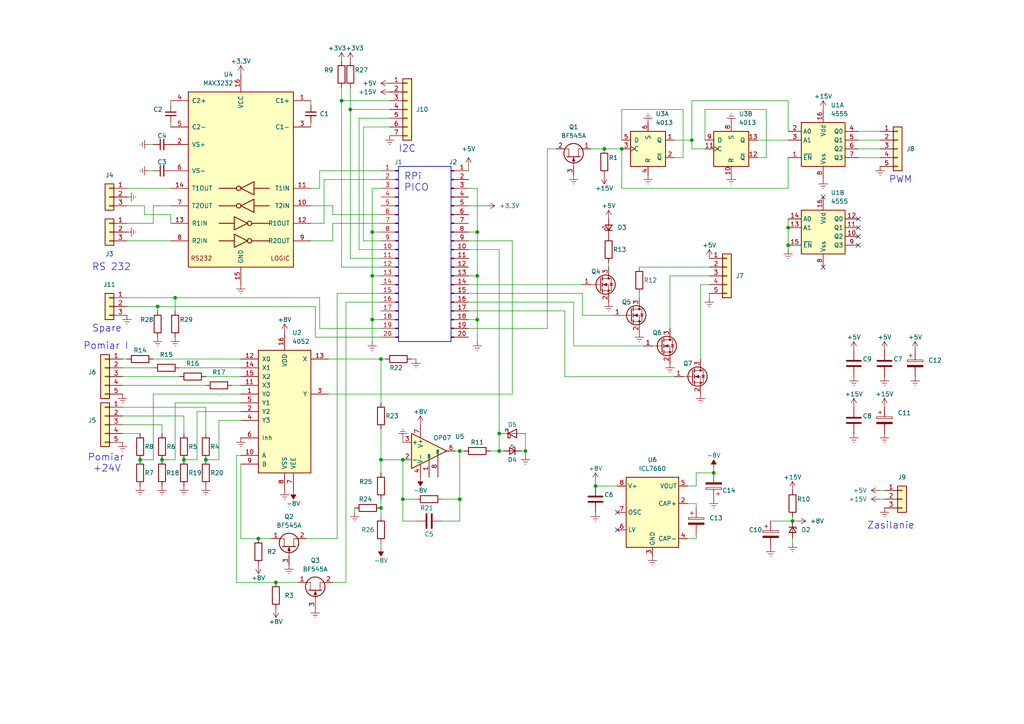
<source format=kicad_sch>
(kicad_sch (version 20230121) (generator eeschema)
  (paper "A4")
  (title_block (title "Sterownik zasilacza +/-10A") (rev "A") (company "SLCJ UW"))
  (junction (at 107.95 67.31))
  (junction (at 138.43 92.71))
  (junction (at 59.69 133.35))
  (junction (at 144.78 130.81))
  (junction (at 133.35 144.78))
  (junction (at 180.34 43.18))
  (junction (at 144.78 125.73))
  (junction (at 116.84 144.78))
  (junction (at 133.35 130.81))
  (junction (at 172.72 140.97))
  (junction (at 40.64 133.35))
  (junction (at 152.4 130.81))
  (junction (at 53.34 133.35))
  (junction (at 99.06 29.21))
  (junction (at 50.8 86.36))
  (junction (at 229.87 151.13))
  (junction (at 138.43 80.01))
  (junction (at 46.99 133.35))
  (junction (at 74.93 156.21))
  (junction (at 80.01 168.91))
  (junction (at 228.6 71.12))
  (junction (at 110.49 133.35))
  (junction (at 45.72 88.9))
  (junction (at 110.49 147.32))
  (junction (at 116.84 133.35))
  (junction (at 228.6 66.04))
  (junction (at 107.95 92.71))
  (junction (at 107.95 80.01))
  (junction (at 207.01 137.16))
  (junction (at 200.66 40.64))
  (junction (at 175.26 43.18))
  (junction (at 101.6 31.75))
  (junction (at 110.49 104.14))
  (junction (at 138.43 67.31))
  (no_connect (at 238.76 57.15))
  (no_connect (at 248.92 71.12))
  (no_connect (at 238.76 77.47))
  (no_connect (at 248.92 68.58))
  (no_connect (at 179.07 153.67))
  (no_connect (at 179.07 148.59))
  (no_connect (at 248.92 66.04))
  (no_connect (at 248.92 63.5))
  (wire (pts (xy 101.6 31.75) (xy 113.03 31.75)))
  (wire (pts (xy 99.06 25.4) (xy 99.06 29.21)))
  (wire (pts (xy 59.69 118.11) (xy 59.69 125.73)))
  (wire (pts (xy 53.34 133.35) (xy 57.15 133.35)))
  (wire (pts (xy 44.45 104.14) (xy 69.85 104.14)))
  (wire (pts (xy 100.33 87.63) (xy 110.49 87.63)))
  (wire (pts (xy 222.25 45.72) (xy 222.25 31.75)))
  (wire (pts (xy 50.8 86.36) (xy 50.8 90.17)))
  (wire (pts (xy 116.84 133.35) (xy 116.84 144.78)))
  (wire (pts (xy 59.69 109.22) (xy 69.85 109.22)))
  (wire (pts (xy 144.78 72.39) (xy 135.89 72.39)))
  (wire (pts (xy 104.14 34.29) (xy 113.03 34.29)))
  (wire (pts (xy 158.75 43.18) (xy 158.75 95.25)))
  (wire (pts (xy 107.95 92.71) (xy 107.95 99.06)))
  (wire (pts (xy 175.26 43.18) (xy 180.34 43.18)))
  (wire (pts (xy 110.49 95.25) (xy 92.71 95.25)))
  (wire (pts (xy 50.8 133.35) (xy 50.8 116.84)))
  (wire (pts (xy 222.25 31.75) (xy 204.47 31.75)))
  (wire (pts (xy 166.37 87.63) (xy 166.37 100.33)))
  (wire (pts (xy 35.56 106.68) (xy 44.45 106.68)))
  (wire (pts (xy 49.53 62.23) (xy 49.53 64.77)))
  (wire (pts (xy 110.49 133.35) (xy 116.84 133.35)))
  (wire (pts (xy 200.66 40.64) (xy 195.58 40.64)))
  (wire (pts (xy 198.12 45.72) (xy 198.12 31.75)))
  (wire (pts (xy 138.43 92.71) (xy 138.43 99.06)))
  (wire (pts (xy 97.79 85.09) (xy 110.49 85.09)))
  (wire (pts (xy 41.91 62.23) (xy 49.53 62.23)))
  (wire (pts (xy 69.85 114.3) (xy 44.45 114.3)))
  (wire (pts (xy 135.89 85.09) (xy 168.91 85.09)))
  (wire (pts (xy 45.72 88.9) (xy 45.72 90.17)))
  (wire (pts (xy 228.6 63.5) (xy 228.6 66.04)))
  (wire (pts (xy 74.93 156.21) (xy 69.85 156.21)))
  (wire (pts (xy 110.49 147.32) (xy 110.49 149.86)))
  (wire (pts (xy 107.95 54.61) (xy 107.95 67.31)))
  (wire (pts (xy 102.87 147.32) (xy 102.87 148.59)))
  (wire (pts (xy 63.5 121.92) (xy 63.5 133.35)))
  (wire (pts (xy 110.49 157.48) (xy 110.49 158.75)))
  (wire (pts (xy 110.49 69.85) (xy 105.41 69.85)))
  (wire (pts (xy 255.27 142.24) (xy 256.54 142.24)))
  (wire (pts (xy 110.49 147.32) (xy 110.49 144.78)))
  (wire (pts (xy 110.49 97.79) (xy 91.44 97.79)))
  (wire (pts (xy 228.6 71.12) (xy 228.6 72.39)))
  (wire (pts (xy 204.47 31.75) (xy 204.47 40.64)))
  (wire (pts (xy 223.52 151.13) (xy 229.87 151.13)))
  (wire (pts (xy 135.89 59.69) (xy 140.97 59.69)))
  (wire (pts (xy 74.93 156.21) (xy 78.74 156.21)))
  (wire (pts (xy 248.92 43.18) (xy 255.27 43.18)))
  (wire (pts (xy 101.6 74.93) (xy 101.6 31.75)))
  (wire (pts (xy 172.72 139.7) (xy 172.72 140.97)))
  (wire (pts (xy 110.49 124.46) (xy 110.49 133.35)))
  (wire (pts (xy 91.44 97.79) (xy 91.44 88.9)))
  (wire (pts (xy 180.34 31.75) (xy 180.34 40.64)))
  (wire (pts (xy 96.52 64.77) (xy 110.49 64.77)))
  (wire (pts (xy 92.71 54.61) (xy 92.71 49.53)))
  (wire (pts (xy 107.95 67.31) (xy 110.49 67.31)))
  (wire (pts (xy 176.53 76.2) (xy 176.53 77.47)))
  (wire (pts (xy 107.95 80.01) (xy 107.95 92.71)))
  (wire (pts (xy 49.53 35.56) (xy 49.53 36.83)))
  (wire (pts (xy 110.49 104.14) (xy 110.49 116.84)))
  (wire (pts (xy 219.71 45.72) (xy 222.25 45.72)))
  (wire (pts (xy 36.83 54.61) (xy 49.53 54.61)))
  (wire (pts (xy 228.6 29.21) (xy 200.66 29.21)))
  (wire (pts (xy 50.8 116.84) (xy 69.85 116.84)))
  (wire (pts (xy 96.52 69.85) (xy 96.52 64.77)))
  (wire (pts (xy 110.49 77.47) (xy 99.06 77.47)))
  (wire (pts (xy 92.71 49.53) (xy 110.49 49.53)))
  (wire (pts (xy 229.87 157.48) (xy 229.87 156.21)))
  (wire (pts (xy 152.4 125.73) (xy 152.4 130.81)))
  (wire (pts (xy 107.95 67.31) (xy 107.95 80.01)))
  (wire (pts (xy 67.31 111.76) (xy 69.85 111.76)))
  (wire (pts (xy 168.91 91.44) (xy 177.8 91.44)))
  (wire (pts (xy 68.58 168.91) (xy 80.01 168.91)))
  (wire (pts (xy 44.45 59.69) (xy 49.53 59.69)))
  (wire (pts (xy 203.2 104.14) (xy 203.2 82.55)))
  (wire (pts (xy 135.89 80.01) (xy 138.43 80.01)))
  (wire (pts (xy 180.34 54.61) (xy 228.6 54.61)))
  (wire (pts (xy 138.43 67.31) (xy 138.43 80.01)))
  (wire (pts (xy 110.49 72.39) (xy 104.14 72.39)))
  (wire (pts (xy 49.53 30.48) (xy 49.53 29.21)))
  (wire (pts (xy 35.56 125.73) (xy 40.64 125.73)))
  (wire (pts (xy 96.52 168.91) (xy 100.33 168.91)))
  (wire (pts (xy 138.43 80.01) (xy 138.43 92.71)))
  (wire (pts (xy 90.17 59.69) (xy 96.52 59.69)))
  (wire (pts (xy 163.83 90.17) (xy 163.83 109.22)))
  (wire (pts (xy 100.33 168.91) (xy 100.33 87.63)))
  (wire (pts (xy 44.45 114.3) (xy 44.45 133.35)))
  (wire (pts (xy 205.74 80.01) (xy 194.31 80.01)))
  (wire (pts (xy 120.65 151.13) (xy 116.84 151.13)))
  (wire (pts (xy 119.38 104.14) (xy 120.65 104.14)))
  (wire (pts (xy 35.56 104.14) (xy 36.83 104.14)))
  (wire (pts (xy 204.47 43.18) (xy 200.66 43.18)))
  (wire (pts (xy 43.18 41.91) (xy 44.45 41.91)))
  (wire (pts (xy 46.99 133.35) (xy 50.8 133.35)))
  (wire (pts (xy 200.66 29.21) (xy 200.66 40.64)))
  (wire (pts (xy 41.91 59.69) (xy 41.91 62.23)))
  (wire (pts (xy 63.5 121.92) (xy 69.85 121.92)))
  (wire (pts (xy 53.34 120.65) (xy 53.34 125.73)))
  (wire (pts (xy 200.66 43.18) (xy 200.66 40.64)))
  (wire (pts (xy 93.98 52.07) (xy 110.49 52.07)))
  (wire (pts (xy 228.6 54.61) (xy 228.6 45.72)))
  (wire (pts (xy 133.35 144.78) (xy 133.35 130.81)))
  (wire (pts (xy 59.69 133.35) (xy 63.5 133.35)))
  (wire (pts (xy 107.95 92.71) (xy 110.49 92.71)))
  (wire (pts (xy 198.12 31.75) (xy 180.34 31.75)))
  (wire (pts (xy 35.56 109.22) (xy 52.07 109.22)))
  (wire (pts (xy 152.4 130.81) (xy 152.4 132.08)))
  (wire (pts (xy 90.17 69.85) (xy 96.52 69.85)))
  (wire (pts (xy 180.34 43.18) (xy 180.34 54.61)))
  (wire (pts (xy 110.49 104.14) (xy 111.76 104.14)))
  (wire (pts (xy 36.83 64.77) (xy 44.45 64.77)))
  (wire (pts (xy 46.99 123.19) (xy 46.99 125.73)))
  (wire (pts (xy 120.65 144.78) (xy 116.84 144.78)))
  (wire (pts (xy 36.83 59.69) (xy 41.91 59.69)))
  (wire (pts (xy 205.74 85.09) (xy 205.74 86.36)))
  (wire (pts (xy 148.59 114.3) (xy 148.59 69.85)))
  (wire (pts (xy 172.72 140.97) (xy 179.07 140.97)))
  (wire (pts (xy 138.43 92.71) (xy 135.89 92.71)))
  (wire (pts (xy 135.89 87.63) (xy 166.37 87.63)))
  (wire (pts (xy 99.06 29.21) (xy 113.03 29.21)))
  (wire (pts (xy 128.27 144.78) (xy 133.35 144.78)))
  (wire (pts (xy 201.93 140.97) (xy 201.93 137.16)))
  (wire (pts (xy 132.08 130.81) (xy 133.35 130.81)))
  (wire (pts (xy 96.52 62.23) (xy 96.52 59.69)))
  (wire (pts (xy 90.17 29.21) (xy 90.17 30.48)))
  (wire (pts (xy 166.37 100.33) (xy 186.69 100.33)))
  (wire (pts (xy 228.6 38.1) (xy 228.6 29.21)))
  (wire (pts (xy 110.49 54.61) (xy 107.95 54.61)))
  (wire (pts (xy 35.56 111.76) (xy 59.69 111.76)))
  (wire (pts (xy 92.71 95.25) (xy 92.71 86.36)))
  (wire (pts (xy 199.39 140.97) (xy 201.93 140.97)))
  (wire (pts (xy 90.17 54.61) (xy 92.71 54.61)))
  (wire (pts (xy 133.35 151.13) (xy 133.35 144.78)))
  (wire (pts (xy 128.27 151.13) (xy 133.35 151.13)))
  (wire (pts (xy 229.87 149.86) (xy 229.87 151.13)))
  (wire (pts (xy 203.2 82.55) (xy 205.74 82.55)))
  (wire (pts (xy 35.56 120.65) (xy 53.34 120.65)))
  (wire (pts (xy 45.72 88.9) (xy 36.83 88.9)))
  (wire (pts (xy 95.25 114.3) (xy 148.59 114.3)))
  (wire (pts (xy 43.18 49.53) (xy 44.45 49.53)))
  (wire (pts (xy 144.78 72.39) (xy 144.78 125.73)))
  (wire (pts (xy 248.92 45.72) (xy 255.27 45.72)))
  (wire (pts (xy 168.91 85.09) (xy 168.91 91.44)))
  (wire (pts (xy 99.06 77.47) (xy 99.06 29.21)))
  (wire (pts (xy 248.92 40.64) (xy 255.27 40.64)))
  (wire (pts (xy 248.92 38.1) (xy 255.27 38.1)))
  (wire (pts (xy 107.95 80.01) (xy 110.49 80.01)))
  (wire (pts (xy 68.58 132.08) (xy 69.85 132.08)))
  (wire (pts (xy 135.89 48.26) (xy 135.89 49.53)))
  (wire (pts (xy 135.89 90.17) (xy 163.83 90.17)))
  (wire (pts (xy 171.45 43.18) (xy 175.26 43.18)))
  (wire (pts (xy 105.41 69.85) (xy 105.41 36.83)))
  (wire (pts (xy 148.59 69.85) (xy 135.89 69.85)))
  (wire (pts (xy 95.25 104.14) (xy 110.49 104.14)))
  (wire (pts (xy 90.17 36.83) (xy 90.17 35.56)))
  (wire (pts (xy 104.14 72.39) (xy 104.14 34.29)))
  (wire (pts (xy 116.84 144.78) (xy 116.84 151.13)))
  (wire (pts (xy 80.01 168.91) (xy 86.36 168.91)))
  (wire (pts (xy 199.39 156.21) (xy 201.93 156.21)))
  (wire (pts (xy 35.56 123.19) (xy 46.99 123.19)))
  (wire (pts (xy 135.89 54.61) (xy 138.43 54.61)))
  (wire (pts (xy 110.49 137.16) (xy 110.49 133.35)))
  (wire (pts (xy 152.4 130.81) (xy 151.13 130.81)))
  (wire (pts (xy 144.78 125.73) (xy 144.78 130.81)))
  (wire (pts (xy 88.9 156.21) (xy 97.79 156.21)))
  (wire (pts (xy 133.35 130.81) (xy 134.62 130.81)))
  (wire (pts (xy 185.42 77.47) (xy 205.74 77.47)))
  (wire (pts (xy 201.93 154.94) (xy 201.93 156.21)))
  (wire (pts (xy 50.8 86.36) (xy 36.83 86.36)))
  (wire (pts (xy 57.15 133.35) (xy 57.15 119.38)))
  (wire (pts (xy 135.89 95.25) (xy 158.75 95.25)))
  (wire (pts (xy 44.45 133.35) (xy 40.64 133.35)))
  (wire (pts (xy 255.27 144.78) (xy 256.54 144.78)))
  (wire (pts (xy 146.05 130.81) (xy 144.78 130.81)))
  (wire (pts (xy 92.71 86.36) (xy 50.8 86.36)))
  (wire (pts (xy 93.98 64.77) (xy 93.98 52.07)))
  (wire (pts (xy 52.07 106.68) (xy 69.85 106.68)))
  (wire (pts (xy 228.6 66.04) (xy 228.6 71.12)))
  (wire (pts (xy 194.31 80.01) (xy 194.31 95.25)))
  (wire (pts (xy 163.83 109.22) (xy 195.58 109.22)))
  (wire (pts (xy 158.75 43.18) (xy 161.29 43.18)))
  (wire (pts (xy 90.17 64.77) (xy 93.98 64.77)))
  (wire (pts (xy 207.01 135.89) (xy 207.01 137.16)))
  (wire (pts (xy 35.56 118.11) (xy 59.69 118.11)))
  (wire (pts (xy 91.44 88.9) (xy 45.72 88.9)))
  (wire (pts (xy 138.43 54.61) (xy 138.43 67.31)))
  (wire (pts (xy 69.85 134.62) (xy 69.85 156.21)))
  (wire (pts (xy 36.83 69.85) (xy 49.53 69.85)))
  (wire (pts (xy 135.89 82.55) (xy 168.91 82.55)))
  (wire (pts (xy 135.89 67.31) (xy 138.43 67.31)))
  (wire (pts (xy 105.41 36.83) (xy 113.03 36.83)))
  (wire (pts (xy 142.24 130.81) (xy 144.78 130.81)))
  (wire (pts (xy 97.79 156.21) (xy 97.79 85.09)))
  (wire (pts (xy 195.58 45.72) (xy 198.12 45.72)))
  (wire (pts (xy 68.58 132.08) (xy 68.58 168.91)))
  (wire (pts (xy 201.93 147.32) (xy 201.93 146.05)))
  (wire (pts (xy 110.49 74.93) (xy 101.6 74.93)))
  (wire (pts (xy 219.71 40.64) (xy 228.6 40.64)))
  (wire (pts (xy 96.52 62.23) (xy 110.49 62.23)))
  (wire (pts (xy 185.42 85.09) (xy 185.42 86.36)))
  (wire (pts (xy 229.87 151.13) (xy 231.14 151.13)))
  (wire (pts (xy 44.45 64.77) (xy 44.45 59.69)))
  (wire (pts (xy 101.6 25.4) (xy 101.6 31.75)))
  (wire (pts (xy 116.84 127) (xy 116.84 128.27)))
  (wire (pts (xy 57.15 119.38) (xy 69.85 119.38)))
  (wire (pts (xy 201.93 137.16) (xy 207.01 137.16)))
  (wire (pts (xy 199.39 146.05) (xy 201.93 146.05)))
  (text_box "RPi PICO" (at 115.57 48.26 0) (size 15.24 50.8) (stroke (width 0.2)) (effects (font (size 2 2)) (justify left top)))
  (text "Pomiar\n +24V" (at 25.4 137.16 0) (effects (font (size 2 2)) (justify left bottom)))
  (text "Zasilanie" (at 251.46 153.67 0) (effects (font (size 2 2)) (justify left bottom)))
  (text "I2C" (at 115.57 44.45 0) (effects (font (size 2 2)) (justify left bottom)))
  (text "Spare" (at 26.67 96.52 0) (effects (font (size 2 2)) (justify left bottom)))
  (text "RS 232" (at 26.67 78.74 0) (effects (font (size 2 2)) (justify left bottom)))
  (text "Pomiar I" (at 24.13 101.6 0) (effects (font (size 2 2)) (justify left bottom)))
  (text "PWM" (at 257.81 53.34 0) (effects (font (size 2 2)) (justify left bottom)))
  (symbol (lib_id "Device:R") (at 99.06 21.59 0) (unit 1)
    (property "Reference" "R9" (at 93.98 20.32 0) (effects (justify left)))
    (property "Value" "R" (effects hide))
    (property "Footprint" "Resistor_SMD:R_0805_2012Metric_Pad1.20x1.40mm_HandSolder" (effects hide))
  )
  (symbol (lib_id "Amplifier_Operational:OP07") (at 124.46 130.81 0) (unit 1)
    (property "Reference" "U5" (at 133.35 126.6191 0))
    (property "Value" "OP07" (at 128.27 127 0))
    (property "Footprint" "Package_DIP:DIP-8_W7.62mm" (effects hide))
    (property "Datasheet" "https://www.analog.com/media/en/technical-documentation/data-sheets/OP07.pdf" (effects hide))
  )
  (symbol (lib_id "power:GNDREF") (at 212.09 35.56 180) (unit 1)
    (property "Reference" "#PWR07" (effects hide))
    (property "Value" "GNDREF" (effects hide))
  )
  (symbol (lib_id "Diode:BAT41") (at 148.59 125.73 0) (unit 1)
    (property "Reference" "D5" (at 148.59 123.19 0))
    (property "Value" "BAT41" (effects hide))
    (property "Footprint" "Diode_THT:D_DO-35_SOD27_P7.62mm_Horizontal" (effects hide))
    (property "Datasheet" "http://www.vishay.com/docs/85659/bat41.pdf" (effects hide))
  )
  (symbol (lib_id "Interface_UART:MAX3232") (at 69.85 52.07 0) (mirror y) (unit 1)
    (property "Reference" "U4" (at 67.6559 21.59 0) (effects (justify left)))
    (property "Value" "MAX3232" (at 67.6559 24.13 0) (effects (justify left)))
    (property "Footprint" "Package_SO:SOIC-16_3.9x9.9mm_P1.27mm" (effects hide))
    (property "Datasheet" "https://datasheets.maximintegrated.com/en/ds/MAX3222-MAX3241.pdf" (effects hide))
  )
  (symbol (lib_id "Regulator_SwitchedCapacitor:ICL7660") (at 189.23 148.59 0) (unit 1)
    (property "Reference" "U6" (at 189.23 133.35 0))
    (property "Value" "ICL7660" (at 189.23 135.89 0))
    (property "Footprint" "Package_DIP:DIP-8_W7.62mm" (effects hide))
    (property "Datasheet" "http://datasheets.maximintegrated.com/en/ds/ICL7660-MAX1044.pdf" (effects hide))
  )
  (symbol (lib_id "power:+15V") (at 247.65 118.11 0) (unit 1)
    (property "Reference" "#PWR067" (effects hide))
    (property "Value" "+15V" (at 247.65 114.3 0))
  )
  (symbol (lib_id "power:+15V") (at 175.26 50.8 180) (unit 1)
    (property "Reference" "#PWR044" (effects hide))
    (property "Value" "+15V" (at 175.26 54.61 0))
  )
  (symbol (lib_id "Connector_Generic:Conn_01x07") (at 118.11 31.75 0) (unit 1)
    (property "Reference" "J10" (at 120.65 31.75 0) (effects (justify left)))
    (property "Value" "Conn_01x07" (effects hide))
    (property "Footprint" "Connector_PinHeader_2.54mm:PinHeader_1x07_P2.54mm_Vertical" (effects hide))
  )
  (symbol (lib_id "power:+5V") (at 247.65 101.6 0) (unit 1)
    (property "Reference" "#PWR063" (effects hide))
    (property "Value" "+5V" (at 247.65 97.79 0))
  )
  (symbol (lib_id "Connector:Conn_01x20_Pin") (at 130.81 72.39 0) (unit 1)
    (property "Reference" "J2" (at 131.445 46.99 0))
    (property "Value" "Conn_01x20_Pin" (effects hide))
    (property "Footprint" "Connector_PinHeader_2.54mm:PinHeader_1x20_P2.54mm_Vertical" (effects hide))
  )
  (symbol (lib_id "Device:C") (at 247.65 121.92 0) (unit 1)
    (property "Reference" "C8" (at 250.19 120.65 0) (effects (justify left)))
    (property "Value" "C" (effects hide))
    (property "Footprint" "Capacitor_SMD:C_0805_2012Metric_Pad1.18x1.45mm_HandSolder" (effects hide))
  )
  (symbol (lib_id "Transistor_FET:BF545A") (at 166.37 45.72 90) (unit 1)
    (property "Reference" "Q1" (at 166.37 36.83 90))
    (property "Value" "BF545A" (at 166.37 39.37 90))
    (property "Footprint" "Package_TO_SOT_SMD:SOT-23" (effects hide))
    (property "Datasheet" "https://www.nxp.com/docs/en/data-sheet/BF545A_BF545B_BF545C.pdf" (effects hide))
  )
  (symbol (lib_id "power:GNDREF") (at 91.44 176.53 0) (unit 1)
    (property "Reference" "#PWR03" (effects hide))
    (property "Value" "GNDREF" (effects hide))
  )
  (symbol (lib_id "power:+15V") (at 238.76 31.75 0) (unit 1)
    (property "Reference" "#PWR071" (effects hide))
    (property "Value" "+15V" (at 238.76 27.94 0))
  )
  (symbol (lib_id "Connector_Generic:Conn_01x05") (at 30.48 109.22 0) (mirror y) (unit 1)
    (property "Reference" "J6" (at 27.94 107.95 0) (effects (justify left)))
    (property "Value" "Conn_01x05" (effects hide))
    (property "Footprint" "Connector_PinHeader_2.54mm:PinHeader_1x05_P2.54mm_Vertical" (effects hide))
  )
  (symbol (lib_id "power:GNDREF") (at 45.72 97.79 0) (unit 1)
    (property "Reference" "#PWR077" (effects hide))
    (property "Value" "GNDREF" (effects hide))
  )
  (symbol (lib_id "power:+8V") (at 172.72 139.7 0) (unit 1)
    (property "Reference" "#PWR049" (effects hide))
    (property "Value" "+8V" (at 172.72 135.89 0))
  )
  (symbol (lib_id "power:GNDREF") (at 152.4 132.08 0) (unit 1)
    (property "Reference" "#PWR066" (effects hide))
    (property "Value" "GNDREF" (effects hide))
  )
  (symbol (lib_id "power:+8V") (at 82.55 96.52 0) (unit 1)
    (property "Reference" "#PWR032" (effects hide))
    (property "Value" "+8V" (at 82.55 92.71 0))
  )
  (symbol (lib_id "Device:R") (at 55.88 109.22 90) (unit 1)
    (property "Reference" "R16" (at 55.88 105.41 90))
    (property "Value" "R" (effects hide))
    (property "Footprint" "Resistor_SMD:R_0805_2012Metric_Pad1.20x1.40mm_HandSolder" (effects hide))
  )
  (symbol (lib_id "Transistor_FET:2N7002") (at 191.77 100.33 0) (unit 1)
    (property "Reference" "Q6" (at 189.23 96.52 0) (effects (justify left)))
    (property "Value" "2N7002" (effects hide))
    (property "Footprint" "Package_TO_SOT_SMD:SOT-23" (effects hide))
    (property "Datasheet" "https://www.onsemi.com/pub/Collateral/NDS7002A-D.PDF" (effects hide))
  )
  (symbol (lib_id "Device:R") (at 110.49 120.65 0) (unit 1)
    (property "Reference" "R23" (at 111.76 120.65 0) (effects (justify left)))
    (property "Value" "R" (effects hide))
    (property "Footprint" "Resistor_SMD:R_0805_2012Metric_Pad1.20x1.40mm_HandSolder" (effects hide))
  )
  (symbol (lib_id "power:+8V") (at 121.92 123.19 0) (unit 1)
    (property "Reference" "#PWR052" (effects hide))
    (property "Value" "+8V" (at 121.92 119.38 0))
  )
  (symbol (lib_id "power:GNDREF") (at 50.8 97.79 0) (unit 1)
    (property "Reference" "#PWR078" (effects hide))
    (property "Value" "GNDREF" (effects hide))
  )
  (symbol (lib_id "power:GNDREF") (at 82.55 142.24 0) (unit 1)
    (property "Reference" "#PWR010" (effects hide))
    (property "Value" "GNDREF" (effects hide))
  )
  (symbol (lib_id "Transistor_FET:2N7002") (at 200.66 109.22 0) (unit 1)
    (property "Reference" "Q7" (at 198.12 105.41 0) (effects (justify left)))
    (property "Value" "2N7002" (effects hide))
    (property "Footprint" "Package_TO_SOT_SMD:SOT-23" (effects hide))
    (property "Datasheet" "https://www.onsemi.com/pub/Collateral/NDS7002A-D.PDF" (effects hide))
  )
  (symbol (lib_id "4xxx:4052") (at 82.55 119.38 0) (unit 1)
    (property "Reference" "U2" (at 84.7441 96.52 0) (effects (justify left)))
    (property "Value" "4052" (at 84.7441 99.06 0) (effects (justify left)))
    (property "Footprint" "Package_DIP:DIP-16_W8.89mm_SMDSocket_LongPads" (effects hide))
    (property "Datasheet" "http://www.intersil.com/content/dam/Intersil/documents/cd40/cd4051bms-52bms-53bms.pdf" (effects hide))
  )
  (symbol (lib_id "power:GNDREF") (at 36.83 67.31 90) (unit 1)
    (property "Reference" "#PWR015" (effects hide))
    (property "Value" "GNDREF" (effects hide))
  )
  (symbol (lib_id "Connector_Generic:Conn_01x05") (at 30.48 123.19 0) (mirror y) (unit 1)
    (property "Reference" "J5" (at 27.94 121.92 0) (effects (justify left)))
    (property "Value" "Conn_01x05" (effects hide))
    (property "Footprint" "Connector_PinHeader_2.54mm:PinHeader_1x05_P2.54mm_Vertical" (effects hide))
  )
  (symbol (lib_id "power:GNDREF") (at 138.43 99.06 0) (unit 1)
    (property "Reference" "#PWR02" (effects hide))
    (property "Value" "GNDREF" (effects hide))
  )
  (symbol (lib_id "power:GNDREF") (at 187.96 50.8 0) (unit 1)
    (property "Reference" "#PWR05" (effects hide))
    (property "Value" "GNDREF" (effects hide))
  )
  (symbol (lib_id "Device:D_Zener_Small") (at 229.87 153.67 270) (unit 1)
    (property "Reference" "D2" (at 232.41 153.67 90) (effects (justify left)))
    (property "Value" "D_Zener_Small" (effects hide))
    (property "Footprint" "Diode_THT:D_DO-34_SOD68_P7.62mm_Horizontal" (effects hide))
  )
  (symbol (lib_id "power:-8V") (at 207.01 135.89 0) (unit 1)
    (property "Reference" "#PWR070" (effects hide))
    (property "Value" "-8V" (at 207.01 132.08 0))
  )
  (symbol (lib_id "power:-8V") (at 110.49 158.75 180) (unit 1)
    (property "Reference" "#PWR054" (effects hide))
    (property "Value" "-8V" (at 110.49 162.56 0))
  )
  (symbol (lib_id "power:GNDREF") (at 120.65 104.14 0) (unit 1)
    (property "Reference" "#PWR056" (effects hide))
    (property "Value" "GNDREF" (effects hide))
  )
  (symbol (lib_id "power:GNDREF") (at 43.18 41.91 270) (unit 1)
    (property "Reference" "#PWR014" (effects hide))
    (property "Value" "GNDREF" (effects hide))
  )
  (symbol (lib_id "power:GNDREF") (at 187.96 35.56 180) (unit 1)
    (property "Reference" "#PWR08" (effects hide))
    (property "Value" "GNDREF" (effects hide))
  )
  (symbol (lib_id "power:GNDREF") (at 205.74 86.36 0) (unit 1)
    (property "Reference" "#PWR043" (effects hide))
    (property "Value" "GNDREF" (effects hide))
  )
  (symbol (lib_id "Device:C_Polarized") (at 265.43 105.41 0) (unit 1)
    (property "Reference" "C12" (at 269.24 104.521 0) (effects (justify left)))
    (property "Value" "C_Polarized" (effects hide))
    (property "Footprint" "Capacitor_THT:CP_Radial_D6.3mm_P2.50mm" (effects hide))
  )
  (symbol (lib_id "power:GNDREF") (at 69.85 127 0) (unit 1)
    (property "Reference" "#PWR04" (effects hide))
    (property "Value" "GNDREF" (effects hide))
  )
  (symbol (lib_id "power:GNDREF") (at 107.95 99.06 0) (unit 1)
    (property "Reference" "#PWR01" (effects hide))
    (property "Value" "GNDREF" (effects hide))
  )
  (symbol (lib_id "Device:R") (at 229.87 146.05 0) (unit 1)
    (property "Reference" "R10" (at 231.14 144.78 0) (effects (justify left)))
    (property "Value" "R" (effects hide))
    (property "Footprint" "Resistor_SMD:R_0805_2012Metric_Pad1.20x1.40mm_HandSolder" (effects hide))
  )
  (symbol (lib_id "power:GNDREF") (at 36.83 91.44 0) (unit 1)
    (property "Reference" "#PWR076" (effects hide))
    (property "Value" "GNDREF" (effects hide))
  )
  (symbol (lib_id "Device:R") (at 45.72 93.98 0) (unit 1)
    (property "Reference" "R28" (at 40.64 92.71 0) (effects (justify left)))
    (property "Value" "R" (effects hide))
    (property "Footprint" "Resistor_SMD:R_0805_2012Metric_Pad1.20x1.40mm_HandSolder" (effects hide))
  )
  (symbol (lib_id "power:GNDREF") (at 256.54 109.22 0) (unit 1)
    (property "Reference" "#PWR059" (effects hide))
    (property "Value" "GNDREF" (effects hide))
  )
  (symbol (lib_id "Connector:Conn_01x20_Pin") (at 115.57 72.39 0) (mirror y) (unit 1)
    (property "Reference" "J1" (at 115.57 46.99 0))
    (property "Value" "Conn_01x20_Pin" (effects hide))
    (property "Footprint" "Connector_PinHeader_2.54mm:PinHeader_1x20_P2.54mm_Vertical" (effects hide))
  )
  (symbol (lib_id "Device:R") (at 40.64 129.54 180) (unit 1)
    (property "Reference" "R8" (at 41.91 129.54 0) (effects (justify right)))
    (property "Value" "R" (effects hide))
    (property "Footprint" "Resistor_SMD:R_0805_2012Metric_Pad1.20x1.40mm_HandSolder" (effects hide))
  )
  (symbol (lib_id "power:+3V3") (at 99.06 17.78 0) (unit 1)
    (property "Reference" "#PWR074" (effects hide))
    (property "Value" "+3V3" (at 97.79 13.97 0))
  )
  (symbol (lib_id "Transistor_FET:2N7002") (at 182.88 91.44 0) (unit 1)
    (property "Reference" "Q5" (at 180.34 87.63 0) (effects (justify left)))
    (property "Value" "2N7002" (effects hide))
    (property "Footprint" "Package_TO_SOT_SMD:SOT-23" (effects hide))
    (property "Datasheet" "https://www.onsemi.com/pub/Collateral/NDS7002A-D.PDF" (effects hide))
  )
  (symbol (lib_id "Device:R") (at 59.69 129.54 0) (unit 1)
    (property "Reference" "R4" (at 60.96 129.54 0) (effects (justify left)))
    (property "Value" "R" (effects hide))
    (property "Footprint" "Resistor_SMD:R_0805_2012Metric_Pad1.20x1.40mm_HandSolder" (effects hide))
  )
  (symbol (lib_id "power:+5V") (at 135.89 48.26 0) (unit 1)
    (property "Reference" "#PWR038" (effects hide))
    (property "Value" "+5V" (at 135.89 43.18 0))
  )
  (symbol (lib_id "4xxx_IEEE:4555") (at 238.76 67.31 0) (unit 2)
    (property "Reference" "U1" (at 240.9541 55.88 0) (effects (justify left)))
    (property "Value" "4555" (at 240.9541 58.42 0) (effects (justify left)))
    (property "Footprint" "Package_DIP:DIP-16_W7.62mm" (effects hide))
  )
  (symbol (lib_id "Device:LED_Small") (at 148.59 130.81 0) (mirror y) (unit 1)
    (property "Reference" "D4" (at 148.59 133.35 0))
    (property "Value" "LED_Small" (effects hide))
    (property "Footprint" "Diode_THT:D_5KP_P10.16mm_Horizontal" (effects hide))
  )
  (symbol (lib_id "power:GNDREF") (at 166.37 50.8 0) (unit 1)
    (property "Reference" "#PWR021" (effects hide))
    (property "Value" "GNDREF" (effects hide))
  )
  (symbol (lib_id "Device:C_Small") (at 46.99 49.53 90) (unit 1)
    (property "Reference" "C3" (at 46.99 46.99 90))
    (property "Value" "C_Small" (effects hide))
    (property "Footprint" "Capacitor_SMD:C_0805_2012Metric_Pad1.18x1.45mm_HandSolder" (effects hide))
  )
  (symbol (lib_id "power:GNDREF") (at 212.09 50.8 0) (unit 1)
    (property "Reference" "#PWR06" (effects hide))
    (property "Value" "GNDREF" (effects hide))
  )
  (symbol (lib_id "power:GNDREF") (at 203.2 114.3 0) (unit 1)
    (property "Reference" "#PWR020" (effects hide))
    (property "Value" "GNDREF" (effects hide))
  )
  (symbol (lib_id "Device:R") (at 110.49 140.97 0) (unit 1)
    (property "Reference" "R25" (at 104.14 139.7 0) (effects (justify left)))
    (property "Value" "R" (effects hide))
    (property "Footprint" "Resistor_SMD:R_0805_2012Metric_Pad1.20x1.40mm_HandSolder" (effects hide))
  )
  (symbol (lib_id "Device:R") (at 40.64 137.16 0) (unit 1)
    (property "Reference" "R7" (at 41.91 137.16 0) (effects (justify left)))
    (property "Value" "R" (effects hide))
    (property "Footprint" "Resistor_SMD:R_0805_2012Metric_Pad1.20x1.40mm_HandSolder" (effects hide))
  )
  (symbol (lib_id "Device:R") (at 59.69 137.16 0) (unit 1)
    (property "Reference" "R20" (at 60.96 137.16 0) (effects (justify left)))
    (property "Value" "R" (effects hide))
    (property "Footprint" "Resistor_SMD:R_0805_2012Metric_Pad1.20x1.40mm_HandSolder" (effects hide))
  )
  (symbol (lib_id "Device:R") (at 48.26 106.68 90) (unit 1)
    (property "Reference" "R15" (at 48.26 102.87 90))
    (property "Value" "R" (effects hide))
    (property "Footprint" "Resistor_SMD:R_0805_2012Metric_Pad1.20x1.40mm_HandSolder" (effects hide))
  )
  (symbol (lib_id "Device:R") (at 106.68 147.32 90) (unit 1)
    (property "Reference" "R24" (at 107.95 144.78 90) (effects (justify left)))
    (property "Value" "R" (effects hide))
    (property "Footprint" "Resistor_SMD:R_0805_2012Metric_Pad1.20x1.40mm_HandSolder" (effects hide))
  )
  (symbol (lib_id "power:+3.3V") (at 69.85 21.59 0) (unit 1)
    (property "Reference" "#PWR023" (effects hide))
    (property "Value" "+3.3V" (at 69.85 17.78 0))
  )
  (symbol (lib_id "Device:R") (at 115.57 104.14 90) (unit 1)
    (property "Reference" "R22" (at 116.84 106.68 90) (effects (justify left)))
    (property "Value" "R" (effects hide))
    (property "Footprint" "Resistor_SMD:R_0805_2012Metric_Pad1.20x1.40mm_HandSolder" (effects hide))
  )
  (symbol (lib_id "Device:R") (at 185.42 81.28 0) (unit 1)
    (property "Reference" "R12" (at 186.69 81.28 0) (effects (justify left)))
    (property "Value" "R" (effects hide))
    (property "Footprint" "Resistor_SMD:R_0805_2012Metric_Pad1.20x1.40mm_HandSolder" (effects hide))
  )
  (symbol (lib_id "power:GNDREF") (at 36.83 57.15 90) (unit 1)
    (property "Reference" "#PWR016" (effects hide))
    (property "Value" "GNDREF" (effects hide))
  )
  (symbol (lib_id "power:+5V") (at 256.54 101.6 0) (unit 1)
    (property "Reference" "#PWR064" (effects hide))
    (property "Value" "+5V" (at 256.54 97.79 0))
  )
  (symbol (lib_id "power:GNDREF") (at 247.65 125.73 0) (unit 1)
    (property "Reference" "#PWR061" (effects hide))
    (property "Value" "GNDREF" (effects hide))
  )
  (symbol (lib_id "Device:C_Polarized") (at 223.52 154.94 0) (unit 1)
    (property "Reference" "C10" (at 217.17 153.67 0) (effects (justify left)))
    (property "Value" "C_Polarized" (effects hide))
    (property "Footprint" "Capacitor_THT:CP_Radial_D6.3mm_P2.50mm" (effects hide))
  )
  (symbol (lib_id "Device:C_Polarized") (at 256.54 121.92 0) (unit 1)
    (property "Reference" "C11" (at 260.35 119.761 0) (effects (justify left)))
    (property "Value" "C_Polarized" (effects hide))
  )
  (symbol (lib_id "Device:R") (at 176.53 72.39 180) (unit 1)
    (property "Reference" "R13" (at 177.8 72.39 0) (effects (justify right)))
    (property "Value" "R" (effects hide))
    (property "Footprint" "Resistor_SMD:R_0805_2012Metric_Pad1.20x1.40mm_HandSolder" (effects hide))
  )
  (symbol (lib_id "Device:R") (at 80.01 172.72 0) (unit 1)
    (property "Reference" "R3" (at 82.55 172.72 0) (effects (justify left)))
    (property "Value" "R" (effects hide))
    (property "Footprint" "Resistor_SMD:R_0805_2012Metric_Pad1.20x1.40mm_HandSolder" (effects hide))
  )
  (symbol (lib_id "power:+8V") (at 231.14 151.13 270) (unit 1)
    (property "Reference" "#PWR031" (effects hide))
    (property "Value" "+8V" (at 234.95 151.13 90) (effects (justify left)))
  )
  (symbol (lib_id "4xxx:4013") (at 212.09 43.18 0) (unit 2)
    (property "Reference" "U3" (at 214.2841 33.02 0) (effects (justify left)))
    (property "Value" "4013" (at 214.2841 35.56 0) (effects (justify left)))
    (property "Footprint" "Package_DIP:DIP-14_W7.62mm" (effects hide))
    (property "Datasheet" "http://www.onsemi.com/pub/Collateral/MC14013B-D.PDF" (effects hide))
  )
  (symbol (lib_id "Device:C") (at 124.46 151.13 90) (unit 1)
    (property "Reference" "C5" (at 124.46 154.94 90))
    (property "Value" "C" (effects hide))
    (property "Footprint" "Resistor_SMD:R_0805_2012Metric_Pad1.20x1.40mm_HandSolder" (effects hide))
  )
  (symbol (lib_id "Device:C_Small") (at 90.17 33.02 0) (unit 1)
    (property "Reference" "C1" (at 92.71 33.0263 0) (effects (justify left)))
    (property "Value" "C_Small" (effects hide))
    (property "Footprint" "Capacitor_SMD:C_0805_2012Metric_Pad1.18x1.45mm_HandSolder" (effects hide))
  )
  (symbol (lib_id "power:+5V") (at 265.43 101.6 0) (unit 1)
    (property "Reference" "#PWR065" (effects hide))
    (property "Value" "+5V" (at 265.43 97.79 0))
  )
  (symbol (lib_id "Device:R") (at 46.99 129.54 0) (unit 1)
    (property "Reference" "R6" (at 48.26 129.54 0) (effects (justify left)))
    (property "Value" "R" (effects hide))
    (property "Footprint" "Resistor_SMD:R_0805_2012Metric_Pad1.20x1.40mm_HandSolder" (effects hide))
  )
  (symbol (lib_id "Device:C") (at 256.54 105.41 0) (unit 1)
    (property "Reference" "C7" (at 259.08 104.14 0) (effects (justify left)))
    (property "Value" "C" (effects hide))
    (property "Footprint" "Capacitor_SMD:C_0805_2012Metric_Pad1.18x1.45mm_HandSolder" (effects hide))
  )
  (symbol (lib_id "4xxx:4013") (at 187.96 43.18 0) (unit 1)
    (property "Reference" "U3" (at 190.1541 33.02 0) (effects (justify left)))
    (property "Value" "4013" (at 190.1541 35.56 0) (effects (justify left)))
    (property "Footprint" "Package_DIP:DIP-14_W7.62mm" (effects hide))
    (property "Datasheet" "http://www.onsemi.com/pub/Collateral/MC14013B-D.PDF" (effects hide))
  )
  (symbol (lib_id "power:+5V") (at 255.27 142.24 90) (unit 1)
    (property "Reference" "#PWR051" (effects hide))
    (property "Value" "+5V" (at 251.46 142.24 90) (effects (justify left)))
  )
  (symbol (lib_id "power:GNDREF") (at 265.43 109.22 0) (unit 1)
    (property "Reference" "#PWR060" (effects hide))
    (property "Value" "GNDREF" (effects hide))
  )
  (symbol (lib_id "Device:C") (at 172.72 144.78 0) (unit 1)
    (property "Reference" "C6" (at 175.26 143.51 0) (effects (justify left)))
    (property "Value" "C" (effects hide))
    (property "Footprint" "Capacitor_SMD:C_0805_2012Metric_Pad1.18x1.45mm_HandSolder" (effects hide))
  )
  (symbol (lib_id "power:GNDREF") (at 69.85 82.55 0) (unit 1)
    (property "Reference" "#PWR013" (effects hide))
    (property "Value" "GNDREF" (effects hide))
  )
  (symbol (lib_id "power:GNDREF") (at 46.99 140.97 0) (unit 1)
    (property "Reference" "#PWR027" (effects hide))
    (property "Value" "GNDREF" (effects hide))
  )
  (symbol (lib_id "power:+5V") (at 176.53 63.5 0) (unit 1)
    (property "Reference" "#PWR041" (effects hide))
    (property "Value" "+5V" (at 176.53 59.69 0))
  )
  (symbol (lib_id "power:GNDREF") (at 194.31 105.41 0) (unit 1)
    (property "Reference" "#PWR019" (effects hide))
    (property "Value" "GNDREF" (effects hide))
  )
  (symbol (lib_id "power:-8V") (at 85.09 142.24 180) (unit 1)
    (property "Reference" "#PWR034" (effects hide))
    (property "Value" "-8V" (at 85.09 146.05 0))
  )
  (symbol (lib_id "Device:R") (at 50.8 93.98 0) (unit 1)
    (property "Reference" "R29" (at 52.07 92.71 0) (effects (justify left)))
    (property "Value" "R" (effects hide))
    (property "Footprint" "Resistor_SMD:R_0805_2012Metric_Pad1.20x1.40mm_HandSolder" (effects hide))
  )
  (symbol (lib_id "power:GNDREF") (at 53.34 140.97 0) (unit 1)
    (property "Reference" "#PWR026" (effects hide))
    (property "Value" "GNDREF" (effects hide))
  )
  (symbol (lib_id "Device:R") (at 74.93 160.02 0) (unit 1)
    (property "Reference" "R2" (at 77.47 160.02 0) (effects (justify left)))
    (property "Value" "R" (effects hide))
    (property "Footprint" "Resistor_SMD:R_0805_2012Metric_Pad1.20x1.40mm_HandSolder" (effects hide))
  )
  (symbol (lib_id "power:-8V") (at 121.92 138.43 180) (unit 1)
    (property "Reference" "#PWR053" (effects hide))
    (property "Value" "-8V" (at 121.92 142.24 0))
  )
  (symbol (lib_id "power:GNDREF") (at 228.6 72.39 0) (unit 1)
    (property "Reference" "#PWR046" (effects hide))
    (property "Value" "GNDREF" (effects hide))
  )
  (symbol (lib_id "power:+8V") (at 80.01 176.53 180) (unit 1)
    (property "Reference" "#PWR037" (effects hide))
    (property "Value" "+8V" (at 80.01 180.34 0))
  )
  (symbol (lib_id "power:GNDREF") (at 247.65 109.22 0) (unit 1)
    (property "Reference" "#PWR058" (effects hide))
    (property "Value" "GNDREF" (effects hide))
  )
  (symbol (lib_id "Connector_Generic:Conn_01x05") (at 210.82 80.01 0) (unit 1)
    (property "Reference" "J7" (at 213.36 80.01 0) (effects (justify left)))
    (property "Value" "Conn_01x05" (effects hide))
    (property "Footprint" "Connector_PinHeader_2.54mm:PinHeader_1x05_P2.54mm_Vertical" (effects hide))
  )
  (symbol (lib_id "Device:R") (at 175.26 46.99 0) (unit 1)
    (property "Reference" "R1" (at 176.53 45.72 0) (effects (justify left)))
    (property "Value" "R" (effects hide))
    (property "Footprint" "Resistor_SMD:R_0805_2012Metric_Pad1.20x1.40mm_HandSolder" (effects hide))
  )
  (symbol (lib_id "power:GNDREF") (at 255.27 48.26 0) (unit 1)
    (property "Reference" "#PWR045" (effects hide))
    (property "Value" "GNDREF" (effects hide))
  )
  (symbol (lib_id "power:GNDREF") (at 43.18 49.53 270) (unit 1)
    (property "Reference" "#PWR047" (effects hide))
    (property "Value" "GNDREF" (effects hide))
  )
  (symbol (lib_id "Connector_Generic:Conn_01x03") (at 31.75 88.9 0) (mirror y) (unit 1)
    (property "Reference" "J11" (at 31.75 82.55 0))
    (property "Value" "Conn_01x03" (effects hide))
    (property "Footprint" "Connector_PinHeader_2.54mm:PinHeader_1x03_P2.54mm_Vertical" (effects hide))
  )
  (symbol (lib_id "Device:R") (at 110.49 153.67 180) (unit 1)
    (property "Reference" "R26" (at 106.68 153.67 0))
    (property "Value" "R" (effects hide))
    (property "Footprint" "Resistor_SMD:R_0805_2012Metric_Pad1.20x1.40mm_HandSolder" (effects hide))
  )
  (symbol (lib_id "Device:R") (at 124.46 144.78 90) (unit 1)
    (property "Reference" "R21" (at 125.73 147.32 90) (effects (justify left)))
    (property "Value" "R" (effects hide))
    (property "Footprint" "Resistor_SMD:R_0805_2012Metric_Pad1.20x1.40mm_HandSolder" (effects hide))
  )
  (symbol (lib_id "Device:C_Small") (at 49.53 33.02 0) (unit 1)
    (property "Reference" "C2" (at 44.45 31.75 0) (effects (justify left)))
    (property "Value" "C_Small" (effects hide))
    (property "Footprint" "Capacitor_SMD:C_0805_2012Metric_Pad1.18x1.45mm_HandSolder" (effects hide))
  )
  (symbol (lib_id "power:GNDREF") (at 207.01 144.78 0) (unit 1)
    (property "Reference" "#PWR033" (effects hide))
    (property "Value" "GNDREF" (effects hide))
  )
  (symbol (lib_id "power:+8V") (at 74.93 163.83 180) (unit 1)
    (property "Reference" "#PWR036" (effects hide))
    (property "Value" "+8V" (at 74.93 167.64 0))
  )
  (symbol (lib_id "Device:C_Small") (at 46.99 41.91 90) (unit 1)
    (property "Reference" "C4" (at 46.99 39.37 90))
    (property "Value" "C_Small" (effects hide))
    (property "Footprint" "Capacitor_SMD:C_0805_2012Metric_Pad1.18x1.45mm_HandSolder" (effects hide))
  )
  (symbol (lib_id "Device:C") (at 247.65 105.41 0) (unit 1)
    (property "Reference" "C9" (at 250.19 104.14 0) (effects (justify left)))
    (property "Value" "C" (effects hide))
    (property "Footprint" "Capacitor_SMD:C_0805_2012Metric_Pad1.18x1.45mm_HandSolder" (effects hide))
  )
  (symbol (lib_id "power:GNDREF") (at 229.87 157.48 0) (unit 1)
    (property "Reference" "#PWR012" (effects hide))
    (property "Value" "GNDREF" (effects hide))
  )
  (symbol (lib_id "Device:R") (at 53.34 129.54 0) (unit 1)
    (property "Reference" "R5" (at 54.61 129.54 0) (effects (justify left)))
    (property "Value" "R" (effects hide))
    (property "Footprint" "Resistor_SMD:R_0805_2012Metric_Pad1.20x1.40mm_HandSolder" (effects hide))
  )
  (symbol (lib_id "power:GNDREF") (at 256.54 125.73 0) (unit 1)
    (property "Reference" "#PWR062" (effects hide))
    (property "Value" "GNDREF" (effects hide))
  )
  (symbol (lib_id "power:GNDREF") (at 102.87 148.59 0) (unit 1)
    (property "Reference" "#PWR057" (effects hide))
    (property "Value" "GNDREF" (effects hide))
  )
  (symbol (lib_id "power:GNDREF") (at 59.69 140.97 0) (unit 1)
    (property "Reference" "#PWR025" (effects hide))
    (property "Value" "GNDREF" (effects hide))
  )
  (symbol (lib_id "4xxx_IEEE:4555") (at 238.76 41.91 0) (unit 1)
    (property "Reference" "U1" (at 240.9541 30.48 0) (effects (justify left)))
    (property "Value" "4555" (at 240.9541 33.02 0) (effects (justify left)))
    (property "Footprint" "Package_DIP:DIP-16_W7.62mm" (effects hide))
  )
  (symbol (lib_id "power:GNDREF") (at 185.42 96.52 0) (unit 1)
    (property "Reference" "#PWR018" (effects hide))
    (property "Value" "GNDREF" (effects hide))
  )
  (symbol (lib_id "Connector_Generic:Conn_01x05") (at 260.35 43.18 0) (unit 1)
    (property "Reference" "J8" (at 262.89 43.18 0) (effects (justify left)))
    (property "Value" "Conn_01x05" (effects hide))
    (property "Footprint" "Connector_PinHeader_2.54mm:PinHeader_1x05_P2.54mm_Vertical" (effects hide))
  )
  (symbol (lib_id "power:GNDREF") (at 113.03 39.37 0) (unit 1)
    (property "Reference" "#PWR028" (effects hide))
    (property "Value" "GNDREF" (effects hide))
  )
  (symbol (lib_id "Connector_Generic:Conn_01x03") (at 31.75 67.31 0) (mirror y) (unit 1)
    (property "Reference" "J3" (at 31.75 73.66 0))
    (property "Value" "Conn_01x03" (effects hide))
    (property "Footprint" "Connector_PinHeader_2.54mm:PinHeader_1x03_P2.54mm_Vertical" (effects hide))
  )
  (symbol (lib_id "power:+5V") (at 113.03 24.13 90) (unit 1)
    (property "Reference" "#PWR072" (effects hide))
    (property "Value" "+5V" (at 109.22 24.13 90) (effects (justify left)))
  )
  (symbol (lib_id "power:GNDREF") (at 256.54 147.32 0) (unit 1)
    (property "Reference" "#PWR048" (effects hide))
    (property "Value" "GNDREF" (effects hide))
  )
  (symbol (lib_id "Device:R") (at 53.34 137.16 180) (unit 1)
    (property "Reference" "R19" (at 54.61 137.16 0) (effects (justify right)))
    (property "Value" "R" (effects hide))
    (property "Footprint" "Resistor_SMD:R_0805_2012Metric_Pad1.20x1.40mm_HandSolder" (effects hide))
  )
  (symbol (lib_id "Device:R") (at 46.99 137.16 0) (unit 1)
    (property "Reference" "R18" (at 52.07 137.16 0) (effects (justify right)))
    (property "Value" "R" (effects hide))
    (property "Footprint" "Resistor_SMD:R_0805_2012Metric_Pad1.20x1.40mm_HandSolder" (effects hide))
  )
  (symbol (lib_id "power:GNDREF") (at 223.52 158.75 0) (unit 1)
    (property "Reference" "#PWR069" (effects hide))
    (property "Value" "GNDREF" (effects hide))
  )
  (symbol (lib_id "power:GNDREF") (at 238.76 52.07 0) (unit 1)
    (property "Reference" "#PWR09" (effects hide))
    (property "Value" "GNDREF" (effects hide))
  )
  (symbol (lib_id "power:+15V") (at 229.87 142.24 0) (unit 1)
    (property "Reference" "#PWR030" (effects hide))
    (property "Value" "+15V" (at 229.87 138.43 0))
  )
  (symbol (lib_id "power:+5V") (at 205.74 74.93 0) (unit 1)
    (property "Reference" "#PWR042" (effects hide))
    (property "Value" "+5V" (at 205.74 71.12 0))
  )
  (symbol (lib_id "power:GNDREF") (at 83.82 163.83 0) (unit 1)
    (property "Reference" "#PWR022" (effects hide))
    (property "Value" "GNDREF" (effects hide))
  )
  (symbol (lib_id "Device:LED_Small") (at 176.53 66.04 90) (unit 1)
    (property "Reference" "D3" (at 179.07 65.9765 90) (effects (justify right)))
    (property "Value" "LED_Small" (effects hide))
    (property "Footprint" "Diode_SMD:D_0805_2012Metric_Pad1.15x1.40mm_HandSolder" (effects hide))
  )
  (symbol (lib_id "power:+3V3") (at 101.6 17.78 0) (unit 1)
    (property "Reference" "#PWR075" (effects hide))
    (property "Value" "+3V3" (at 102.87 13.97 0))
  )
  (symbol (lib_id "Connector_Generic:Conn_01x03") (at 31.75 57.15 0) (mirror y) (unit 1)
    (property "Reference" "J4" (at 31.75 50.8 0))
    (property "Value" "Conn_01x03" (effects hide))
    (property "Footprint" "Connector_PinHeader_2.54mm:PinHeader_1x03_P2.54mm_Vertical" (effects hide))
  )
  (symbol (lib_id "Device:R") (at 101.6 21.59 0) (unit 1)
    (property "Reference" "R27" (at 102.87 20.32 0) (effects (justify left)))
    (property "Value" "R" (effects hide))
    (property "Footprint" "Resistor_SMD:R_0805_2012Metric_Pad1.20x1.40mm_HandSolder" (effects hide))
  )
  (symbol (lib_id "power:GNDREF") (at 40.64 140.97 0) (unit 1)
    (property "Reference" "#PWR029" (effects hide))
    (property "Value" "GNDREF" (effects hide))
  )
  (symbol (lib_id "power:+3.3V") (at 140.97 59.69 270) (unit 1)
    (property "Reference" "#PWR024" (effects hide))
    (property "Value" "+3.3V" (at 144.78 59.69 90) (effects (justify left)))
  )
  (symbol (lib_id "power:GNDREF") (at 172.72 148.59 0) (unit 1)
    (property "Reference" "#PWR035" (effects hide))
    (property "Value" "GNDREF" (effects hide))
  )
  (symbol (lib_id "Device:C_Polarized") (at 207.01 140.97 180) (unit 1)
    (property "Reference" "C14" (at 213.36 142.24 0) (effects (justify left)))
    (property "Value" "C_Polarized" (effects hide))
    (property "Footprint" "Capacitor_THT:CP_Radial_D6.3mm_P2.50mm" (effects hide))
  )
  (symbol (lib_id "power:GNDREF") (at 35.56 128.27 0) (unit 1)
    (property "Reference" "#PWR040" (effects hide))
    (property "Value" "GNDREF" (effects hide))
  )
  (symbol (lib_id "Transistor_FET:BF545A") (at 83.82 158.75 270) (mirror x) (unit 1)
    (property "Reference" "Q2" (at 83.82 149.86 90))
    (property "Value" "BF545A" (at 83.82 152.4 90))
    (property "Footprint" "Package_TO_SOT_SMD:SOT-23" (effects hide))
    (property "Datasheet" "https://www.nxp.com/docs/en/data-sheet/BF545A_BF545B_BF545C.pdf" (effects hide))
  )
  (symbol (lib_id "power:+15V") (at 255.27 144.78 90) (unit 1)
    (property "Reference" "#PWR068" (effects hide))
    (property "Value" "+15V" (at 251.46 144.78 90) (effects (justify left)))
  )
  (symbol (lib_id "power:GNDREF") (at 116.84 127 180) (unit 1)
    (property "Reference" "#PWR055" (effects hide))
    (property "Value" "GNDREF" (effects hide))
  )
  (symbol (lib_id "power:+15V") (at 256.54 118.11 0) (unit 1)
    (property "Reference" "#PWR050" (effects hide))
    (property "Value" "+15V" (at 256.54 114.3 0))
  )
  (symbol (lib_id "Device:R") (at 138.43 130.81 90) (unit 1)
    (property "Reference" "R11" (at 138.43 128.27 90))
    (property "Value" "R" (effects hide))
    (property "Footprint" "Resistor_SMD:R_0805_2012Metric_Pad1.20x1.40mm_HandSolder" (effects hide))
  )
  (symbol (lib_id "power:GNDREF") (at 176.53 87.63 0) (unit 1)
    (property "Reference" "#PWR017" (effects hide))
    (property "Value" "GNDREF" (effects hide))
  )
  (symbol (lib_id "Device:C_Polarized") (at 201.93 151.13 0) (unit 1)
    (property "Reference" "C13" (at 205.74 150.241 0) (effects (justify left)))
    (property "Value" "C_Polarized" (effects hide))
    (property "Footprint" "Capacitor_THT:CP_Radial_D6.3mm_P2.50mm" (effects hide))
  )
  (symbol (lib_id "Transistor_FET:2N7002") (at 173.99 82.55 0) (unit 1)
    (property "Reference" "Q4" (at 171.45 78.74 0) (effects (justify left)))
    (property "Value" "2N7002" (effects hide))
    (property "Footprint" "Package_TO_SOT_SMD:SOT-23" (effects hide))
    (property "Datasheet" "https://www.onsemi.com/pub/Collateral/NDS7002A-D.PDF" (effects hide))
  )
  (symbol (lib_id "power:+15V") (at 113.03 26.67 90) (unit 1)
    (property "Reference" "#PWR073" (effects hide))
    (property "Value" "+15V" (at 109.22 26.67 90) (effects (justify left)))
  )
  (symbol (lib_id "Device:R") (at 63.5 111.76 90) (unit 1)
    (property "Reference" "R17" (at 63.5 107.95 90))
    (property "Value" "R" (effects hide))
    (property "Footprint" "Resistor_SMD:R_0805_2012Metric_Pad1.20x1.40mm_HandSolder" (effects hide))
  )
  (symbol (lib_id "power:GNDREF") (at 189.23 161.29 0) (unit 1)
    (property "Reference" "#PWR011" (effects hide))
    (property "Value" "GNDREF" (effects hide))
  )
  (symbol (lib_id "power:GNDREF") (at 35.56 114.3 0) (unit 1)
    (property "Reference" "#PWR039" (effects hide))
    (property "Value" "GNDREF" (effects hide))
  )
  (symbol (lib_id "Connector_Generic:Conn_01x03") (at 261.62 144.78 0) (unit 1)
    (property "Reference" "J9" (at 261.62 138.43 0))
    (property "Value" "Conn_01x03" (effects hide))
    (property "Footprint" "Connector_PinHeader_2.54mm:PinHeader_1x03_P2.54mm_Vertical" (effects hide))
  )
  (symbol (lib_id "Device:R") (at 40.64 104.14 90) (unit 1)
    (property "Reference" "R14" (at 40.64 101.6 90))
    (property "Value" "R" (effects hide))
    (property "Footprint" "Resistor_SMD:R_0805_2012Metric_Pad1.20x1.40mm_HandSolder" (effects hide))
  )
  (symbol (lib_id "Transistor_FET:BF545A") (at 91.44 171.45 270) (mirror x) (unit 1)
    (property "Reference" "Q3" (at 91.44 162.56 90))
    (property "Value" "BF545A" (at 91.44 165.1 90))
    (property "Footprint" "Package_TO_SOT_SMD:SOT-23" (effects hide))
    (property "Datasheet" "https://www.nxp.com/docs/en/data-sheet/BF545A_BF545B_BF545C.pdf" (effects hide))
  )
)
</source>
